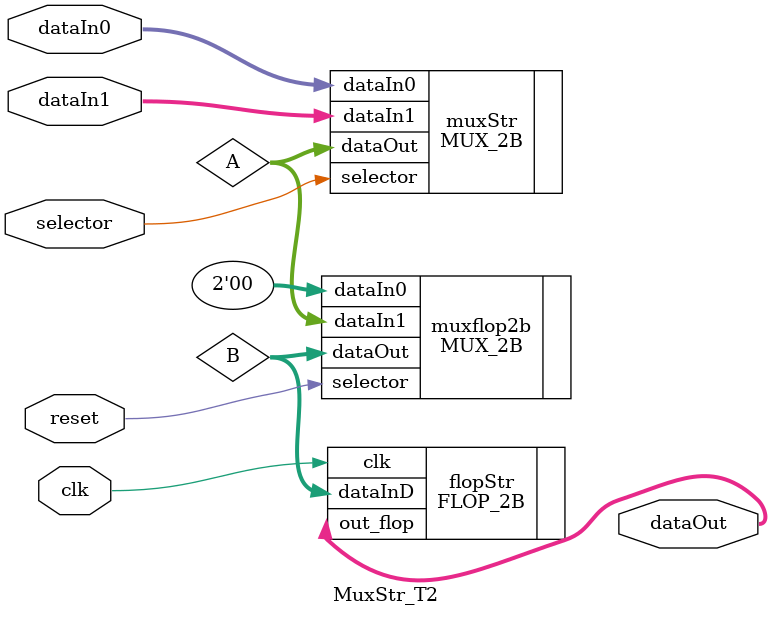
<source format=v>
`include "DescManual/mux2b.v"
`include "DescManual/FLOP2B.v"

module MuxStr_T2(
    output[1:0]dataOut,
    input [1:0]dataIn0,
    input [1:0]dataIn1,
    input selector,
    input clk,
    input reset);

    wire [1:0] A; // Conexion entre mux 1 u muxflop
    wire [1:0] B; // Conexion entre muxflop y el flip flop   

    MUX_2B muxStr(
        //output
        .dataOut  (A[1:0]),
        //input
        .dataIn0  (dataIn0[1:0]),
        .dataIn1  (dataIn1[1:0]),
        .selector (selector)
    );

    MUX_2B muxflop2b(
        //output
        .dataOut  (B[1:0]),
        //input
        .dataIn1  (A[1:0]),
        .dataIn0  (2'b00),
        .selector (reset)
    );

    FLOP_2B flopStr(
        //output
        .out_flop (dataOut[1:0]),
        //input
        .dataInD  (B[1:0]),
        .clk      (clk)
    );
endmodule
</source>
